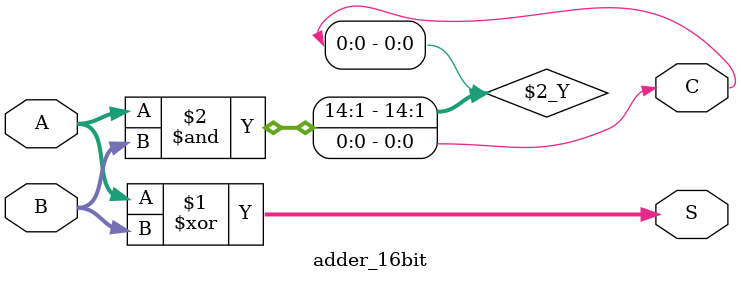
<source format=v>
module adder_16bit(A,B,S,C);
     input [15:1] A;
     input [15:1] B;
     output [15:1] S;
     output C;

     assign S = A ^ B;
     assign C = A & B;

endmodule
</source>
